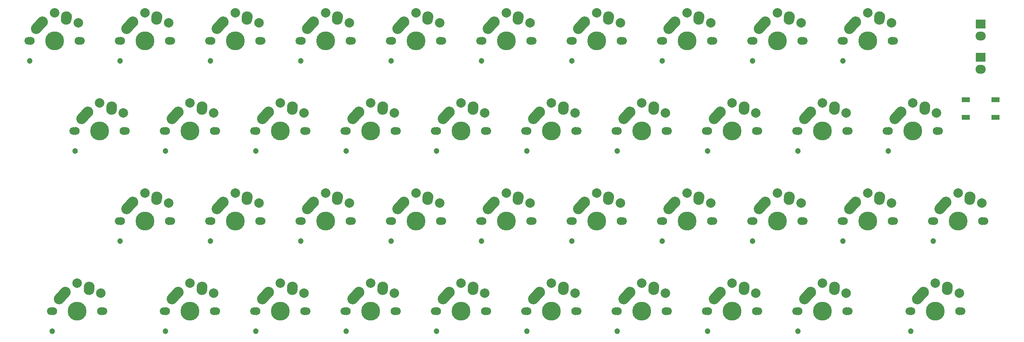
<source format=gbr>
%TF.GenerationSoftware,KiCad,Pcbnew,(6.0.7)*%
%TF.CreationDate,2022-10-29T13:55:09+02:00*%
%TF.ProjectId,Didaktik,44696461-6b74-4696-9b2e-6b696361645f,rev?*%
%TF.SameCoordinates,Original*%
%TF.FileFunction,Soldermask,Top*%
%TF.FilePolarity,Negative*%
%FSLAX46Y46*%
G04 Gerber Fmt 4.6, Leading zero omitted, Abs format (unit mm)*
G04 Created by KiCad (PCBNEW (6.0.7)) date 2022-10-29 13:55:09*
%MOMM*%
%LPD*%
G01*
G04 APERTURE LIST*
G04 Aperture macros list*
%AMHorizOval*
0 Thick line with rounded ends*
0 $1 width*
0 $2 $3 position (X,Y) of the first rounded end (center of the circle)*
0 $4 $5 position (X,Y) of the second rounded end (center of the circle)*
0 Add line between two ends*
20,1,$1,$2,$3,$4,$5,0*
0 Add two circle primitives to create the rounded ends*
1,1,$1,$2,$3*
1,1,$1,$4,$5*%
G04 Aperture macros list end*
%ADD10C,1.200000*%
%ADD11C,1.700000*%
%ADD12C,1.750000*%
%ADD13C,3.987800*%
%ADD14C,2.000000*%
%ADD15C,2.250000*%
%ADD16HorizOval,2.250000X0.019771X0.290016X-0.019771X-0.290016X0*%
%ADD17HorizOval,2.250000X0.654995X0.730004X-0.654995X-0.730004X0*%
%ADD18O,2.159000X1.905000*%
%ADD19R,2.159000X1.905000*%
%ADD20R,1.800000X1.100000*%
G04 APERTURE END LIST*
D10*
%TO.C,SW3*%
X45580000Y-64525000D03*
D11*
X56300000Y-60325000D03*
D12*
X55880000Y-60325000D03*
X45720000Y-60325000D03*
D13*
X50800000Y-60325000D03*
D11*
X45300000Y-60325000D03*
D14*
X55800000Y-56525000D03*
D15*
X53340000Y-55245000D03*
D16*
X53319771Y-55534984D03*
D17*
X47644995Y-57054996D03*
D15*
X48300000Y-56325000D03*
D14*
X50800000Y-54425000D03*
%TD*%
D13*
%TO.C,SW20*%
X136525000Y-79375000D03*
D12*
X131445000Y-79375000D03*
D10*
X131305000Y-83575000D03*
D12*
X141605000Y-79375000D03*
D11*
X131025000Y-79375000D03*
X142025000Y-79375000D03*
D16*
X139044771Y-74584984D03*
D15*
X139065000Y-74295000D03*
D14*
X141525000Y-75575000D03*
X136525000Y-73475000D03*
D15*
X134025000Y-75375000D03*
D17*
X133369995Y-76104996D03*
%TD*%
D12*
%TO.C,SW10*%
X84455000Y-41275000D03*
D10*
X74155000Y-45475000D03*
D11*
X84875000Y-41275000D03*
D12*
X74295000Y-41275000D03*
D11*
X73875000Y-41275000D03*
D13*
X79375000Y-41275000D03*
D16*
X81894771Y-36484984D03*
D15*
X81915000Y-36195000D03*
D14*
X84375000Y-37475000D03*
X79375000Y-35375000D03*
D17*
X76219995Y-38004996D03*
D15*
X76875000Y-37275000D03*
%TD*%
D12*
%TO.C,SW9*%
X74930000Y-98425000D03*
D10*
X64630000Y-102625000D03*
D12*
X64770000Y-98425000D03*
D13*
X69850000Y-98425000D03*
D11*
X64350000Y-98425000D03*
X75350000Y-98425000D03*
D14*
X74850000Y-94625000D03*
D16*
X72369771Y-93634984D03*
D15*
X72390000Y-93345000D03*
D17*
X66694995Y-95154996D03*
D15*
X67350000Y-94425000D03*
D14*
X69850000Y-92525000D03*
%TD*%
D13*
%TO.C,SW12*%
X98425000Y-79375000D03*
D11*
X103925000Y-79375000D03*
X92925000Y-79375000D03*
D12*
X103505000Y-79375000D03*
D10*
X93205000Y-83575000D03*
D12*
X93345000Y-79375000D03*
D14*
X103425000Y-75575000D03*
D15*
X100965000Y-74295000D03*
D16*
X100944771Y-74584984D03*
D15*
X95925000Y-75375000D03*
D17*
X95269995Y-76104996D03*
D14*
X98425000Y-73475000D03*
%TD*%
D12*
%TO.C,SW31*%
X179070000Y-60325000D03*
D11*
X189650000Y-60325000D03*
D13*
X184150000Y-60325000D03*
D12*
X189230000Y-60325000D03*
D11*
X178650000Y-60325000D03*
D10*
X178930000Y-64525000D03*
D16*
X186669771Y-55534984D03*
D14*
X189150000Y-56525000D03*
D15*
X186690000Y-55245000D03*
D17*
X180994995Y-57054996D03*
D14*
X184150000Y-54425000D03*
D15*
X181650000Y-56325000D03*
%TD*%
D13*
%TO.C,SW23*%
X146050000Y-60325000D03*
D11*
X151550000Y-60325000D03*
D12*
X140970000Y-60325000D03*
D11*
X140550000Y-60325000D03*
D12*
X151130000Y-60325000D03*
D10*
X140830000Y-64525000D03*
D16*
X148569771Y-55534984D03*
D15*
X148590000Y-55245000D03*
D14*
X151050000Y-56525000D03*
D15*
X143550000Y-56325000D03*
D14*
X146050000Y-54425000D03*
D17*
X142894995Y-57054996D03*
%TD*%
D12*
%TO.C,SW5*%
X51117500Y-98425000D03*
D10*
X40817500Y-102625000D03*
D12*
X40957500Y-98425000D03*
D11*
X40537500Y-98425000D03*
D13*
X46037500Y-98425000D03*
D11*
X51537500Y-98425000D03*
D16*
X48557271Y-93634984D03*
D14*
X51037500Y-94625000D03*
D15*
X48577500Y-93345000D03*
D17*
X42882495Y-95154996D03*
D14*
X46037500Y-92525000D03*
D15*
X43537500Y-94425000D03*
%TD*%
D10*
%TO.C,SW40*%
X226555000Y-83575000D03*
D11*
X226275000Y-79375000D03*
D13*
X231775000Y-79375000D03*
D12*
X226695000Y-79375000D03*
X236855000Y-79375000D03*
D11*
X237275000Y-79375000D03*
D14*
X236775000Y-75575000D03*
D15*
X234315000Y-74295000D03*
D16*
X234294771Y-74584984D03*
D14*
X231775000Y-73475000D03*
D15*
X229275000Y-75375000D03*
D17*
X228619995Y-76104996D03*
%TD*%
D12*
%TO.C,SW34*%
X188595000Y-41275000D03*
D13*
X193675000Y-41275000D03*
D10*
X188455000Y-45475000D03*
D11*
X199175000Y-41275000D03*
X188175000Y-41275000D03*
D12*
X198755000Y-41275000D03*
D16*
X196194771Y-36484984D03*
D15*
X196215000Y-36195000D03*
D14*
X198675000Y-37475000D03*
D15*
X191175000Y-37275000D03*
D17*
X190519995Y-38004996D03*
D14*
X193675000Y-35375000D03*
%TD*%
D18*
%TO.C,D42*%
X236537500Y-47307500D03*
D19*
X236537500Y-44767500D03*
%TD*%
D10*
%TO.C,SW19*%
X121780000Y-64525000D03*
D12*
X132080000Y-60325000D03*
D11*
X132500000Y-60325000D03*
D12*
X121920000Y-60325000D03*
D13*
X127000000Y-60325000D03*
D11*
X121500000Y-60325000D03*
D14*
X132000000Y-56525000D03*
D16*
X129519771Y-55534984D03*
D15*
X129540000Y-55245000D03*
D14*
X127000000Y-54425000D03*
D15*
X124500000Y-56325000D03*
D17*
X123844995Y-57054996D03*
%TD*%
D12*
%TO.C,SW27*%
X170180000Y-60325000D03*
D10*
X159880000Y-64525000D03*
D11*
X159600000Y-60325000D03*
D13*
X165100000Y-60325000D03*
D11*
X170600000Y-60325000D03*
D12*
X160020000Y-60325000D03*
D16*
X167619771Y-55534984D03*
D15*
X167640000Y-55245000D03*
D14*
X170100000Y-56525000D03*
D17*
X161944995Y-57054996D03*
D14*
X165100000Y-54425000D03*
D15*
X162600000Y-56325000D03*
%TD*%
D11*
%TO.C,SW38*%
X207225000Y-41275000D03*
D13*
X212725000Y-41275000D03*
D12*
X217805000Y-41275000D03*
D11*
X218225000Y-41275000D03*
D12*
X207645000Y-41275000D03*
D10*
X207505000Y-45475000D03*
D14*
X217725000Y-37475000D03*
D16*
X215244771Y-36484984D03*
D15*
X215265000Y-36195000D03*
D14*
X212725000Y-35375000D03*
D17*
X209569995Y-38004996D03*
D15*
X210225000Y-37275000D03*
%TD*%
D13*
%TO.C,SW15*%
X107950000Y-60325000D03*
D10*
X102730000Y-64525000D03*
D11*
X113450000Y-60325000D03*
X102450000Y-60325000D03*
D12*
X113030000Y-60325000D03*
X102870000Y-60325000D03*
D14*
X112950000Y-56525000D03*
D15*
X110490000Y-55245000D03*
D16*
X110469771Y-55534984D03*
D14*
X107950000Y-54425000D03*
D17*
X104794995Y-57054996D03*
D15*
X105450000Y-56325000D03*
%TD*%
D12*
%TO.C,SW32*%
X188595000Y-79375000D03*
D10*
X188455000Y-83575000D03*
D12*
X198755000Y-79375000D03*
D13*
X193675000Y-79375000D03*
D11*
X188175000Y-79375000D03*
X199175000Y-79375000D03*
D16*
X196194771Y-74584984D03*
D15*
X196215000Y-74295000D03*
D14*
X198675000Y-75575000D03*
X193675000Y-73475000D03*
D17*
X190519995Y-76104996D03*
D15*
X191175000Y-75375000D03*
%TD*%
D13*
%TO.C,SW21*%
X127000000Y-98425000D03*
D12*
X132080000Y-98425000D03*
X121920000Y-98425000D03*
D11*
X132500000Y-98425000D03*
D10*
X121780000Y-102625000D03*
D11*
X121500000Y-98425000D03*
D15*
X129540000Y-93345000D03*
D14*
X132000000Y-94625000D03*
D16*
X129519771Y-93634984D03*
D14*
X127000000Y-92525000D03*
D17*
X123844995Y-95154996D03*
D15*
X124500000Y-94425000D03*
%TD*%
D12*
%TO.C,SW7*%
X74930000Y-60325000D03*
X64770000Y-60325000D03*
D13*
X69850000Y-60325000D03*
D11*
X75350000Y-60325000D03*
D10*
X64630000Y-64525000D03*
D11*
X64350000Y-60325000D03*
D15*
X72390000Y-55245000D03*
D16*
X72369771Y-55534984D03*
D14*
X74850000Y-56525000D03*
D15*
X67350000Y-56325000D03*
D14*
X69850000Y-54425000D03*
D17*
X66694995Y-57054996D03*
%TD*%
D11*
%TO.C,SW11*%
X94400000Y-60325000D03*
D12*
X93980000Y-60325000D03*
D10*
X83680000Y-64525000D03*
D13*
X88900000Y-60325000D03*
D12*
X83820000Y-60325000D03*
D11*
X83400000Y-60325000D03*
D16*
X91419771Y-55534984D03*
D14*
X93900000Y-56525000D03*
D15*
X91440000Y-55245000D03*
D17*
X85744995Y-57054996D03*
D14*
X88900000Y-54425000D03*
D15*
X86400000Y-56325000D03*
%TD*%
D12*
%TO.C,SW14*%
X93345000Y-41275000D03*
D11*
X103925000Y-41275000D03*
D13*
X98425000Y-41275000D03*
D12*
X103505000Y-41275000D03*
D10*
X93205000Y-45475000D03*
D11*
X92925000Y-41275000D03*
D16*
X100944771Y-36484984D03*
D14*
X103425000Y-37475000D03*
D15*
X100965000Y-36195000D03*
D17*
X95269995Y-38004996D03*
D14*
X98425000Y-35375000D03*
D15*
X95925000Y-37275000D03*
%TD*%
D11*
%TO.C,SW41*%
X221512500Y-98425000D03*
D12*
X232092500Y-98425000D03*
D13*
X227012500Y-98425000D03*
D11*
X232512500Y-98425000D03*
D10*
X221792500Y-102625000D03*
D12*
X221932500Y-98425000D03*
D15*
X229552500Y-93345000D03*
D16*
X229532271Y-93634984D03*
D14*
X232012500Y-94625000D03*
D17*
X223857495Y-95154996D03*
D15*
X224512500Y-94425000D03*
D14*
X227012500Y-92525000D03*
%TD*%
D12*
%TO.C,SW30*%
X169545000Y-41275000D03*
X179705000Y-41275000D03*
D10*
X169405000Y-45475000D03*
D11*
X180125000Y-41275000D03*
D13*
X174625000Y-41275000D03*
D11*
X169125000Y-41275000D03*
D14*
X179625000Y-37475000D03*
D15*
X177165000Y-36195000D03*
D16*
X177144771Y-36484984D03*
D14*
X174625000Y-35375000D03*
D17*
X171469995Y-38004996D03*
D15*
X172125000Y-37275000D03*
%TD*%
D12*
%TO.C,SW8*%
X74295000Y-79375000D03*
D13*
X79375000Y-79375000D03*
D10*
X74155000Y-83575000D03*
D11*
X84875000Y-79375000D03*
D12*
X84455000Y-79375000D03*
D11*
X73875000Y-79375000D03*
D15*
X81915000Y-74295000D03*
D16*
X81894771Y-74584984D03*
D14*
X84375000Y-75575000D03*
X79375000Y-73475000D03*
D15*
X76875000Y-75375000D03*
D17*
X76219995Y-76104996D03*
%TD*%
D13*
%TO.C,SW18*%
X117475000Y-41275000D03*
D11*
X111975000Y-41275000D03*
D10*
X112255000Y-45475000D03*
D12*
X122555000Y-41275000D03*
X112395000Y-41275000D03*
D11*
X122975000Y-41275000D03*
D14*
X122475000Y-37475000D03*
D15*
X120015000Y-36195000D03*
D16*
X119994771Y-36484984D03*
D15*
X114975000Y-37275000D03*
D14*
X117475000Y-35375000D03*
D17*
X114319995Y-38004996D03*
%TD*%
D11*
%TO.C,SW24*%
X150075000Y-79375000D03*
D10*
X150355000Y-83575000D03*
D12*
X160655000Y-79375000D03*
D13*
X155575000Y-79375000D03*
D12*
X150495000Y-79375000D03*
D11*
X161075000Y-79375000D03*
D16*
X158094771Y-74584984D03*
D15*
X158115000Y-74295000D03*
D14*
X160575000Y-75575000D03*
X155575000Y-73475000D03*
D15*
X153075000Y-75375000D03*
D17*
X152419995Y-76104996D03*
%TD*%
D12*
%TO.C,SW2*%
X46355000Y-41275000D03*
D11*
X46775000Y-41275000D03*
D12*
X36195000Y-41275000D03*
D10*
X36055000Y-45475000D03*
D13*
X41275000Y-41275000D03*
D11*
X35775000Y-41275000D03*
D16*
X43794771Y-36484984D03*
D14*
X46275000Y-37475000D03*
D15*
X43815000Y-36195000D03*
D17*
X38119995Y-38004996D03*
D14*
X41275000Y-35375000D03*
D15*
X38775000Y-37275000D03*
%TD*%
D18*
%TO.C,D43*%
X236537500Y-40280000D03*
D19*
X236537500Y-37740000D03*
%TD*%
D12*
%TO.C,SW28*%
X169545000Y-79375000D03*
D13*
X174625000Y-79375000D03*
D11*
X180125000Y-79375000D03*
X169125000Y-79375000D03*
D10*
X169405000Y-83575000D03*
D12*
X179705000Y-79375000D03*
D15*
X177165000Y-74295000D03*
D16*
X177144771Y-74584984D03*
D14*
X179625000Y-75575000D03*
D17*
X171469995Y-76104996D03*
D15*
X172125000Y-75375000D03*
D14*
X174625000Y-73475000D03*
%TD*%
D13*
%TO.C,SW13*%
X88900000Y-98425000D03*
D10*
X83680000Y-102625000D03*
D12*
X93980000Y-98425000D03*
X83820000Y-98425000D03*
D11*
X94400000Y-98425000D03*
X83400000Y-98425000D03*
D16*
X91419771Y-93634984D03*
D14*
X93900000Y-94625000D03*
D15*
X91440000Y-93345000D03*
X86400000Y-94425000D03*
D14*
X88900000Y-92525000D03*
D17*
X85744995Y-95154996D03*
%TD*%
D12*
%TO.C,SW36*%
X207645000Y-79375000D03*
X217805000Y-79375000D03*
D11*
X207225000Y-79375000D03*
X218225000Y-79375000D03*
D10*
X207505000Y-83575000D03*
D13*
X212725000Y-79375000D03*
D16*
X215244771Y-74584984D03*
D14*
X217725000Y-75575000D03*
D15*
X215265000Y-74295000D03*
D14*
X212725000Y-73475000D03*
D15*
X210225000Y-75375000D03*
D17*
X209569995Y-76104996D03*
%TD*%
D11*
%TO.C,SW6*%
X65825000Y-41275000D03*
D12*
X55245000Y-41275000D03*
D13*
X60325000Y-41275000D03*
D10*
X55105000Y-45475000D03*
D11*
X54825000Y-41275000D03*
D12*
X65405000Y-41275000D03*
D15*
X62865000Y-36195000D03*
D16*
X62844771Y-36484984D03*
D14*
X65325000Y-37475000D03*
D15*
X57825000Y-37275000D03*
D17*
X57169995Y-38004996D03*
D14*
X60325000Y-35375000D03*
%TD*%
D12*
%TO.C,SW25*%
X140970000Y-98425000D03*
D13*
X146050000Y-98425000D03*
D12*
X151130000Y-98425000D03*
D11*
X151550000Y-98425000D03*
D10*
X140830000Y-102625000D03*
D11*
X140550000Y-98425000D03*
D14*
X151050000Y-94625000D03*
D15*
X148590000Y-93345000D03*
D16*
X148569771Y-93634984D03*
D17*
X142894995Y-95154996D03*
D14*
X146050000Y-92525000D03*
D15*
X143550000Y-94425000D03*
%TD*%
D12*
%TO.C,SW26*%
X160655000Y-41275000D03*
D10*
X150355000Y-45475000D03*
D11*
X161075000Y-41275000D03*
D13*
X155575000Y-41275000D03*
D11*
X150075000Y-41275000D03*
D12*
X150495000Y-41275000D03*
D16*
X158094771Y-36484984D03*
D15*
X158115000Y-36195000D03*
D14*
X160575000Y-37475000D03*
X155575000Y-35375000D03*
D15*
X153075000Y-37275000D03*
D17*
X152419995Y-38004996D03*
%TD*%
D12*
%TO.C,SW35*%
X208280000Y-60325000D03*
D10*
X197980000Y-64525000D03*
D11*
X208700000Y-60325000D03*
X197700000Y-60325000D03*
D13*
X203200000Y-60325000D03*
D12*
X198120000Y-60325000D03*
D15*
X205740000Y-55245000D03*
D14*
X208200000Y-56525000D03*
D16*
X205719771Y-55534984D03*
D14*
X203200000Y-54425000D03*
D17*
X200044995Y-57054996D03*
D15*
X200700000Y-56325000D03*
%TD*%
D13*
%TO.C,SW4*%
X60325000Y-79375000D03*
D11*
X54825000Y-79375000D03*
D10*
X55105000Y-83575000D03*
D12*
X55245000Y-79375000D03*
X65405000Y-79375000D03*
D11*
X65825000Y-79375000D03*
D15*
X62865000Y-74295000D03*
D16*
X62844771Y-74584984D03*
D14*
X65325000Y-75575000D03*
D17*
X57169995Y-76104996D03*
D14*
X60325000Y-73475000D03*
D15*
X57825000Y-75375000D03*
%TD*%
D13*
%TO.C,SW37*%
X203200000Y-98425000D03*
D11*
X208700000Y-98425000D03*
X197700000Y-98425000D03*
D12*
X198120000Y-98425000D03*
D10*
X197980000Y-102625000D03*
D12*
X208280000Y-98425000D03*
D16*
X205719771Y-93634984D03*
D15*
X205740000Y-93345000D03*
D14*
X208200000Y-94625000D03*
D17*
X200044995Y-95154996D03*
D14*
X203200000Y-92525000D03*
D15*
X200700000Y-94425000D03*
%TD*%
D12*
%TO.C,SW39*%
X227330000Y-60325000D03*
D13*
X222250000Y-60325000D03*
D10*
X217030000Y-64525000D03*
D11*
X216750000Y-60325000D03*
X227750000Y-60325000D03*
D12*
X217170000Y-60325000D03*
D14*
X227250000Y-56525000D03*
D16*
X224769771Y-55534984D03*
D15*
X224790000Y-55245000D03*
X219750000Y-56325000D03*
D17*
X219094995Y-57054996D03*
D14*
X222250000Y-54425000D03*
%TD*%
D20*
%TO.C,SW1*%
X239637500Y-57412500D03*
X233437500Y-53712500D03*
X239637500Y-53712500D03*
X233437500Y-57412500D03*
%TD*%
D12*
%TO.C,SW22*%
X131445000Y-41275000D03*
D13*
X136525000Y-41275000D03*
D11*
X142025000Y-41275000D03*
D12*
X141605000Y-41275000D03*
D11*
X131025000Y-41275000D03*
D10*
X131305000Y-45475000D03*
D16*
X139044771Y-36484984D03*
D15*
X139065000Y-36195000D03*
D14*
X141525000Y-37475000D03*
D17*
X133369995Y-38004996D03*
D14*
X136525000Y-35375000D03*
D15*
X134025000Y-37275000D03*
%TD*%
D12*
%TO.C,SW16*%
X112395000Y-79375000D03*
X122555000Y-79375000D03*
D13*
X117475000Y-79375000D03*
D11*
X111975000Y-79375000D03*
X122975000Y-79375000D03*
D10*
X112255000Y-83575000D03*
D14*
X122475000Y-75575000D03*
D16*
X119994771Y-74584984D03*
D15*
X120015000Y-74295000D03*
X114975000Y-75375000D03*
D17*
X114319995Y-76104996D03*
D14*
X117475000Y-73475000D03*
%TD*%
D13*
%TO.C,SW33*%
X184150000Y-98425000D03*
D11*
X189650000Y-98425000D03*
X178650000Y-98425000D03*
D12*
X179070000Y-98425000D03*
D10*
X178930000Y-102625000D03*
D12*
X189230000Y-98425000D03*
D14*
X189150000Y-94625000D03*
D15*
X186690000Y-93345000D03*
D16*
X186669771Y-93634984D03*
D17*
X180994995Y-95154996D03*
D14*
X184150000Y-92525000D03*
D15*
X181650000Y-94425000D03*
%TD*%
D12*
%TO.C,SW29*%
X170180000Y-98425000D03*
D11*
X170600000Y-98425000D03*
X159600000Y-98425000D03*
D12*
X160020000Y-98425000D03*
D13*
X165100000Y-98425000D03*
D10*
X159880000Y-102625000D03*
D16*
X167619771Y-93634984D03*
D15*
X167640000Y-93345000D03*
D14*
X170100000Y-94625000D03*
D17*
X161944995Y-95154996D03*
D15*
X162600000Y-94425000D03*
D14*
X165100000Y-92525000D03*
%TD*%
D11*
%TO.C,SW17*%
X113450000Y-98425000D03*
D12*
X102870000Y-98425000D03*
D11*
X102450000Y-98425000D03*
D12*
X113030000Y-98425000D03*
D13*
X107950000Y-98425000D03*
D10*
X102730000Y-102625000D03*
D14*
X112950000Y-94625000D03*
D15*
X110490000Y-93345000D03*
D16*
X110469771Y-93634984D03*
D17*
X104794995Y-95154996D03*
D15*
X105450000Y-94425000D03*
D14*
X107950000Y-92525000D03*
%TD*%
M02*

</source>
